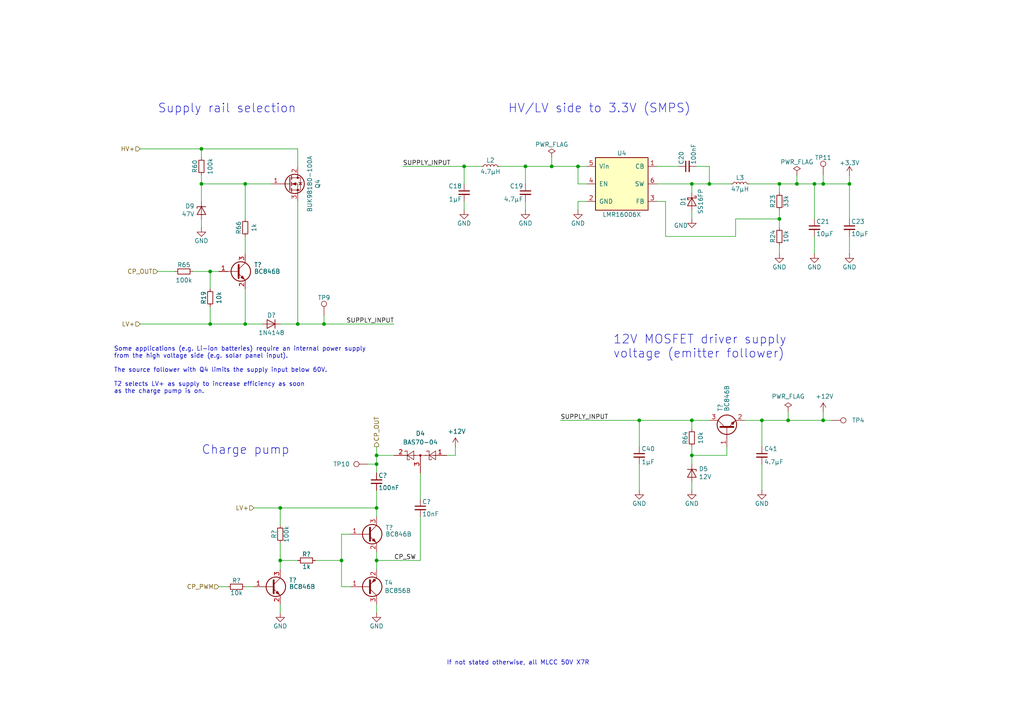
<source format=kicad_sch>
(kicad_sch (version 20250114) (generator "eeschema") (generator_version "9.0")
  (paper "A4")
  (title_block (title "MPPT 2420 HC") (date "2021-01-06") (rev "0.2.3") (company "Copyright © 2020 Libre Solar Technologies GmbH") (comment 1 "Licensed under CERN-OHL-W version 2") (comment 2 "Author: Martin Jäger"))
  (lib_symbols
    (symbol "Connector:TestPoint" (pin_numbers (hide yes)) (pin_names (offset 0.762) (hide yes))
      (property "Reference" "TP" (at 0 6.858 0))
      (property "Value" "TestPoint" (at 0 5.08 0))
      (symbol "TestPoint_0_1"
        (circle (center 0 3.302) (radius 0.762))
      )
      (symbol "TestPoint_1_1"
        (pin passive line (at 0 0 90) (length 2.54) (name "1") (number "1"))
      )
    )
    (symbol "Device:L_Small" (pin_numbers (hide yes)) (pin_names (offset 0.254) (hide yes))
      (property "Reference" "L" (at 0.762 1.016 0))
      (property "Value" "L_Small" (at 0.762 -1.016 0))
      (symbol "L_Small_0_1"
        (arc (start 0 2.032) (mid 0.5058 1.524) (end 0 1.016))
        (arc (start 0 1.016) (mid 0.5058 0.508) (end 0 0))
        (arc (start 0 0) (mid 0.5058 -0.508) (end 0 -1.016))
        (arc (start 0 -1.016) (mid 0.5058 -1.524) (end 0 -2.032))
      )
      (symbol "L_Small_1_1"
        (pin passive line (at 0 2.54 270) (length 0.508) (name "~") (number "1"))
        (pin passive line (at 0 -2.54 90) (length 0.508) (name "~") (number "2"))
      )
    )
    (symbol "Device:Q_NMOS_GDS" (pin_names (offset 0) (hide yes))
      (property "Reference" "Q" (at 5.08 1.27 0))
      (property "Value" "Device_Q_NMOS_GDS" (at 5.08 -1.27 0))
      (symbol "Q_NMOS_GDS_0_1"
        (polyline (pts (xy 0.254 1.905) (xy 0.254 -1.905)) (stroke (width 0.254)))
        (polyline (pts (xy 0.254 0) (xy -2.54 0)))
        (polyline (pts (xy 0.762 2.286) (xy 0.762 1.27)) (stroke (width 0.254)))
        (polyline (pts (xy 0.762 0.508) (xy 0.762 -0.508)) (stroke (width 0.254)))
        (polyline (pts (xy 0.762 -1.27) (xy 0.762 -2.286)) (stroke (width 0.254)))
        (polyline (pts (xy 0.762 -1.778) (xy 3.302 -1.778) (xy 3.302 1.778) (xy 0.762 1.778)))
        (polyline (pts (xy 1.016 0) (xy 2.032 0.381) (xy 2.032 -0.381) (xy 1.016 0)) (fill (type outline)))
        (circle (center 1.651 0) (radius 2.794) (stroke (width 0.254)))
        (polyline (pts (xy 2.54 2.54) (xy 2.54 1.778)))
        (circle (center 2.54 1.778) (radius 0.254) (fill (type outline)))
        (circle (center 2.54 -1.778) (radius 0.254) (fill (type outline)))
        (polyline (pts (xy 2.54 -2.54) (xy 2.54 0) (xy 0.762 0)))
        (polyline (pts (xy 2.794 0.508) (xy 2.921 0.381) (xy 3.683 0.381) (xy 3.81 0.254)))
        (polyline (pts (xy 3.302 0.381) (xy 2.921 -0.254) (xy 3.683 -0.254) (xy 3.302 0.381)))
      )
      (symbol "Q_NMOS_GDS_1_1"
        (pin input line (at -5.08 0 0) (length 2.54) (name "G") (number "1"))
        (pin passive line (at 2.54 5.08 270) (length 2.54) (name "D") (number "2"))
        (pin passive line (at 2.54 -5.08 90) (length 2.54) (name "S") (number "3"))
      )
    )
    (symbol "Diode:BAS40-04" (pin_names (offset 1.016))
      (property "Reference" "D" (at 0.635 -1.27 0))
      (property "Value" "BAS40-04" (at -6.35 5.715 0))
      (symbol "BAS40-04_0_1"
        (polyline (pts (xy -4.445 3.81) (xy -4.445 1.27) (xy -2.54 2.54) (xy -4.445 3.81)))
        (polyline (pts (xy -3.81 2.54) (xy -1.27 2.54)))
        (polyline (pts (xy -3.175 1.27) (xy -3.175 1.524)))
        (polyline (pts (xy -2.54 3.81) (xy -1.905 3.81)))
        (polyline (pts (xy -2.54 1.27) (xy -3.175 1.27)))
        (polyline (pts (xy -2.54 1.27) (xy -2.54 3.81)))
        (polyline (pts (xy -1.905 3.81) (xy -1.905 3.556)))
        (polyline (pts (xy -1.905 2.54) (xy 1.905 2.54)))
        (circle (center 0 2.54) (radius 0.254) (fill (type outline)))
        (polyline (pts (xy 1.27 2.54) (xy 3.81 2.54)))
        (polyline (pts (xy 1.905 3.81) (xy 1.905 1.27) (xy 3.81 2.54) (xy 1.905 3.81)))
        (polyline (pts (xy 3.175 1.27) (xy 3.175 1.524)))
        (polyline (pts (xy 3.81 3.81) (xy 4.445 3.81)))
        (polyline (pts (xy 3.81 1.27) (xy 3.175 1.27)))
        (polyline (pts (xy 3.81 1.27) (xy 3.81 3.81)))
        (polyline (pts (xy 4.445 3.81) (xy 4.445 3.556)))
      )
      (symbol "BAS40-04_1_1"
        (pin passive line (at -7.62 2.54 0) (length 3.81) (name "~") (number "1"))
        (pin passive line (at 0 -2.54 90) (length 5.08) (name "~") (number "3"))
        (pin passive line (at 7.62 2.54 180) (length 3.81) (name "~") (number "2"))
      )
    )
    (symbol "Project:C" (pin_numbers (hide yes)) (pin_names (offset 0.254) (hide yes))
      (property "Reference" "C" (at 0.635 1.905 0))
      (property "Value" "C" (at 0.635 -1.905 0))
      (symbol "C_0_1"
        (polyline (pts (xy -1.524 0.508) (xy 0 0.508) (xy 1.524 0.508)) (stroke (width 0.3048)))
        (polyline (pts (xy -1.524 -0.508) (xy 1.524 -0.508)) (stroke (width 0.3302)))
      )
      (symbol "C_1_1"
        (pin passive line (at 0 2.54 270) (length 1.905) (name "~") (number "1"))
        (pin passive line (at 0 -2.54 90) (length 2.032) (name "~") (number "2"))
      )
    )
    (symbol "Project:D" (pin_numbers (hide yes)) (pin_names (offset 0.254) (hide yes))
      (property "Reference" "D" (at 0 2.54 0))
      (property "Value" "D" (at 0 -2.54 0))
      (symbol "D_0_1"
        (polyline (pts (xy -1.27 0) (xy 1.27 0)))
        (polyline (pts (xy -1.016 -1.27) (xy -1.016 1.27)) (stroke (width 0.2032)))
        (polyline (pts (xy 1.27 -1.27) (xy -1.016 0) (xy 1.27 1.27) (xy 1.27 -1.27)) (stroke (width 0.2032)))
      )
      (symbol "D_1_1"
        (pin passive line (at -2.54 0 0) (length 1.27) (name "K") (number "1"))
        (pin passive line (at 2.54 0 180) (length 1.27) (name "A") (number "2"))
      )
    )
    (symbol "Project:D_Schottky" (pin_numbers (hide yes)) (pin_names (offset 0.254) (hide yes))
      (property "Reference" "D" (at 0 2.54 0))
      (property "Value" "D_Schottky" (at 0 -2.54 0))
      (symbol "D_Schottky_0_1"
        (polyline (pts (xy -1.016 1.27) (xy -0.508 1.27) (xy -0.508 0.762)) (stroke (width 0.2032)))
        (polyline (pts (xy -1.016 -1.27) (xy -1.016 1.27)) (stroke (width 0.2032)))
        (polyline (pts (xy -1.016 -1.27) (xy -1.524 -1.27) (xy -1.524 -0.762)) (stroke (width 0.2032)))
        (polyline (pts (xy 1.27 0) (xy -1.27 0)))
        (polyline (pts (xy 1.27 -1.27) (xy -1.016 0) (xy 1.27 1.27) (xy 1.27 -1.27)) (stroke (width 0.2032)))
      )
      (symbol "D_Schottky_1_1"
        (pin passive line (at -2.54 0 0) (length 1.27) (name "K") (number "1"))
        (pin passive line (at 2.54 0 180) (length 1.27) (name "A") (number "2"))
      )
    )
    (symbol "Project:D_Zener" (pin_numbers (hide yes)) (pin_names (offset 1.016) (hide yes))
      (property "Reference" "D" (at 0 2.54 0))
      (property "Value" "D_Zener" (at 0 -2.54 0))
      (symbol "D_Zener_0_1"
        (polyline (pts (xy -1.016 0) (xy 1.27 1.27) (xy 1.27 -1.27) (xy -1.016 0)) (stroke (width 0.2032)))
        (polyline (pts (xy -0.508 1.27) (xy -1.016 1.27) (xy -1.016 0) (xy -1.016 -1.27)) (stroke (width 0.2032)))
        (polyline (pts (xy 1.27 0) (xy -1.27 0)))
      )
      (symbol "D_Zener_1_1"
        (pin passive line (at -2.54 0 0) (length 1.27) (name "K") (number "1"))
        (pin passive line (at 2.54 0 180) (length 1.27) (name "A") (number "2"))
      )
    )
    (symbol "Project:LMR16006" (pin_names (offset 1.016))
      (property "Reference" "U" (at 0 8.89 0))
      (property "Value" "LMR16006" (at 0 -8.89 0))
      (symbol "LMR16006_0_1"
        (rectangle (start -7.62 7.62) (end 7.62 -7.62) (stroke (width 0.254)) (fill (type background)))
      )
      (symbol "LMR16006_1_1"
        (pin power_in line (at -10.16 5.08 0) (length 2.54) (name "Vin") (number "5"))
        (pin input line (at -10.16 0 0) (length 2.54) (name "EN") (number "4"))
        (pin power_in line (at -10.16 -5.08 0) (length 2.54) (name "GND") (number "2"))
        (pin output line (at 10.16 5.08 180) (length 2.54) (name "CB") (number "1"))
        (pin bidirectional line (at 10.16 0 180) (length 2.54) (name "SW") (number "6"))
        (pin input line (at 10.16 -5.08 180) (length 2.54) (name "FB") (number "3"))
      )
    )
    (symbol "Project:R" (pin_numbers (hide yes)) (pin_names (offset 0.254) (hide yes))
      (property "Reference" "R" (at -1.905 0 90))
      (property "Value" "R" (at 1.905 0 90))
      (symbol "R_0_1"
        (rectangle (start -0.762 1.778) (end 0.762 -1.778) (stroke (width 0.2032)))
      )
      (symbol "R_1_1"
        (pin passive line (at 0 2.54 270) (length 0.762) (name "~") (number "1"))
        (pin passive line (at 0 -2.54 90) (length 0.762) (name "~") (number "2"))
      )
    )
    (symbol "Transistor_BJT:BC846" (pin_names (offset 0) (hide yes))
      (property "Reference" "Q" (at 5.08 1.905 0))
      (property "Value" "BC846" (at 5.08 0 0))
      (symbol "BC846_0_1"
        (polyline (pts (xy -2.54 0) (xy 0.635 0)))
        (polyline (pts (xy 0.635 1.905) (xy 0.635 -1.905)) (stroke (width 0.508)))
        (circle (center 1.27 0) (radius 2.8194) (stroke (width 0.254)))
      )
      (symbol "BC846_1_1"
        (polyline (pts (xy 0.635 0.635) (xy 2.54 2.54)))
        (polyline (pts (xy 0.635 -0.635) (xy 2.54 -2.54)))
        (polyline (pts (xy 1.27 -1.778) (xy 1.778 -1.27) (xy 2.286 -2.286) (xy 1.27 -1.778)) (fill (type outline)))
        (pin input line (at -5.08 0 0) (length 2.54) (name "B") (number "1"))
        (pin passive line (at 2.54 5.08 270) (length 2.54) (name "C") (number "3"))
        (pin passive line (at 2.54 -5.08 90) (length 2.54) (name "E") (number "2"))
      )
    )
    (symbol "Transistor_BJT:BC856" (pin_names (offset 0) (hide yes))
      (property "Reference" "Q" (at 5.08 1.905 0))
      (property "Value" "BC856" (at 5.08 0 0))
      (symbol "BC856_0_1"
        (polyline (pts (xy -2.54 0) (xy 0.635 0)))
        (polyline (pts (xy 0.635 1.905) (xy 0.635 -1.905)) (stroke (width 0.508)))
        (polyline (pts (xy 0.635 0.635) (xy 2.54 2.54)))
        (polyline (pts (xy 0.635 -0.635) (xy 2.54 -2.54)))
        (circle (center 1.27 0) (radius 2.8194) (stroke (width 0.254)))
        (polyline (pts (xy 2.286 -1.778) (xy 1.778 -2.286) (xy 1.27 -1.27) (xy 2.286 -1.778)) (fill (type outline)))
      )
      (symbol "BC856_1_1"
        (pin input line (at -5.08 0 0) (length 2.54) (name "B") (number "1"))
        (pin passive line (at 2.54 5.08 270) (length 2.54) (name "C") (number "3"))
        (pin passive line (at 2.54 -5.08 90) (length 2.54) (name "E") (number "2"))
      )
    )
    (symbol "power:+12V" (power) (pin_numbers (hide yes)) (pin_names (offset 0) (hide yes))
      (property "Value" "+12V" (at 0 3.556 0))
      (symbol "+12V_0_1"
        (polyline (pts (xy -0.762 1.27) (xy 0 2.54)))
        (polyline (pts (xy 0 2.54) (xy 0.762 1.27)))
        (polyline (pts (xy 0 0) (xy 0 2.54)))
      )
      (symbol "+12V_1_1"
        (pin power_in line (at 0 0 90) (length 0) (name "~") (number "1"))
      )
    )
    (symbol "power:+3.3V" (power) (pin_numbers (hide yes)) (pin_names (offset 0) (hide yes))
      (property "Value" "+3.3V" (at 0 3.556 0))
      (symbol "+3.3V_0_1"
        (polyline (pts (xy -0.762 1.27) (xy 0 2.54)))
        (polyline (pts (xy 0 2.54) (xy 0.762 1.27)))
        (polyline (pts (xy 0 0) (xy 0 2.54)))
      )
      (symbol "+3.3V_1_1"
        (pin power_in line (at 0 0 90) (length 0) (name "~") (number "1"))
      )
    )
    (symbol "power:GND" (power) (pin_numbers (hide yes)) (pin_names (offset 0) (hide yes))
      (property "Value" "GND" (at 0 -3.81 0))
      (symbol "GND_0_1"
        (polyline (pts (xy 0 0) (xy 0 -1.27) (xy 1.27 -1.27) (xy 0 -2.54) (xy -1.27 -1.27) (xy 0 -1.27)))
      )
      (symbol "GND_1_1"
        (pin power_in line (at 0 0 270) (length 0) (name "~") (number "1"))
      )
    )
    (symbol "power:PWR_FLAG" (power) (pin_numbers (hide yes)) (pin_names (offset 0) (hide yes))
      (property "Value" "PWR_FLAG" (at 0 3.81 0))
      (symbol "PWR_FLAG_0_0"
        (pin power_out line (at 0 0 90) (length 0) (name "~") (number "1"))
      )
      (symbol "PWR_FLAG_0_1"
        (polyline (pts (xy 0 0) (xy 0 1.27) (xy -1.016 1.905) (xy 0 2.54) (xy 1.016 1.905) (xy 0 1.27)))
      )
    )
  )
  (text "Some applications (e.g. Li-ion batteries) require an internal power supply\nfrom the high voltage side (e.g. solar panel input).\n\nThe source follower with Q4 limits the supply input below 60V.\n\nT2 selects LV+ as supply to increase efficiency as soon\nas the charge pump is on." (at 33.02 114.3 0) (effects (font (size 1.27 1.27)) (justify left bottom)))
  (text "12V MOSFET driver supply\nvoltage (emitter follower)" (at 177.8 104.14 0) (effects (font (size 2.54 2.54)) (justify left bottom)))
  (text "Supply rail selection" (at 45.72 33.02 0) (effects (font (size 2.54 2.54)) (justify left bottom)))
  (text "If not stated otherwise, all MLCC 50V X7R" (at 129.54 193.04 0) (effects (font (size 1.27 1.27)) (justify left bottom)))
  (text "HV/LV side to 3.3V (SMPS)" (at 147.32 33.02 0) (effects (font (size 2.54 2.54)) (justify left bottom)))
  (text "Charge pump" (at 58.42 132.08 0) (effects (font (size 2.54 2.54)) (justify left bottom)))
  (junction (at 71.12 93.98))
  (junction (at 58.42 43.18))
  (junction (at 238.76 53.34))
  (junction (at 246.38 53.34))
  (junction (at 200.66 53.34))
  (junction (at 220.98 121.92))
  (junction (at 226.06 63.5))
  (junction (at 93.98 93.98))
  (junction (at 200.66 132.08))
  (junction (at 200.66 121.92))
  (junction (at 81.28 147.32))
  (junction (at 109.22 162.56))
  (junction (at 231.14 53.34))
  (junction (at 109.22 134.62))
  (junction (at 81.28 162.56))
  (junction (at 58.42 53.34))
  (junction (at 109.22 132.08))
  (junction (at 99.06 162.56))
  (junction (at 109.22 147.32))
  (junction (at 205.74 53.34))
  (junction (at 60.96 78.74))
  (junction (at 152.4 48.26))
  (junction (at 71.12 53.34))
  (junction (at 60.96 93.98))
  (junction (at 134.62 48.26))
  (junction (at 86.36 93.98))
  (junction (at 167.64 48.26))
  (junction (at 185.42 121.92))
  (junction (at 236.22 53.34))
  (junction (at 226.06 53.34))
  (junction (at 238.76 121.92))
  (junction (at 160.02 48.26))
  (junction (at 228.6 121.92))
  (wire (pts (xy 109.22 132.08) (xy 109.22 134.62)))
  (wire (pts (xy 81.28 147.32) (xy 81.28 152.4)))
  (wire (pts (xy 81.28 157.48) (xy 81.28 162.56)))
  (wire (pts (xy 132.08 129.54) (xy 132.08 132.08)))
  (wire (pts (xy 217.17 53.34) (xy 226.06 53.34)))
  (wire (pts (xy 190.5 48.26) (xy 196.85 48.26)))
  (wire (pts (xy 106.68 134.62) (xy 109.22 134.62)))
  (wire (pts (xy 86.36 58.42) (xy 86.36 93.98)))
  (wire (pts (xy 40.64 43.18) (xy 58.42 43.18)))
  (wire (pts (xy 167.64 58.42) (xy 170.18 58.42)))
  (wire (pts (xy 50.8 78.74) (xy 45.72 78.74)))
  (wire (pts (xy 238.76 119.38) (xy 238.76 121.92)))
  (wire (pts (xy 167.64 53.34) (xy 167.64 48.26)))
  (wire (pts (xy 241.3 121.92) (xy 238.76 121.92)))
  (wire (pts (xy 40.64 93.98) (xy 60.96 93.98)))
  (wire (pts (xy 193.04 68.58) (xy 213.36 68.58)))
  (wire (pts (xy 58.42 45.72) (xy 58.42 43.18)))
  (wire (pts (xy 205.74 48.26) (xy 205.74 53.34)))
  (wire (pts (xy 200.66 60.96) (xy 200.66 63.5)))
  (wire (pts (xy 86.36 162.56) (xy 81.28 162.56)))
  (wire (pts (xy 231.14 50.8) (xy 231.14 53.34)))
  (wire (pts (xy 213.36 63.5) (xy 226.06 63.5)))
  (wire (pts (xy 60.96 78.74) (xy 60.96 83.82)))
  (wire (pts (xy 205.74 121.92) (xy 200.66 121.92)))
  (wire (pts (xy 246.38 50.8) (xy 246.38 53.34)))
  (wire (pts (xy 81.28 175.26) (xy 81.28 177.8)))
  (wire (pts (xy 228.6 121.92) (xy 238.76 121.92)))
  (wire (pts (xy 99.06 154.94) (xy 99.06 162.56)))
  (wire (pts (xy 213.36 68.58) (xy 213.36 63.5)))
  (wire (pts (xy 58.42 50.8) (xy 58.42 53.34)))
  (wire (pts (xy 63.5 170.18) (xy 66.04 170.18)))
  (wire (pts (xy 99.06 162.56) (xy 91.44 162.56)))
  (wire (pts (xy 152.4 60.96) (xy 152.4 58.42)))
  (wire (pts (xy 185.42 134.62) (xy 185.42 142.24)))
  (wire (pts (xy 238.76 53.34) (xy 238.76 50.8)))
  (wire (pts (xy 152.4 53.34) (xy 152.4 48.26)))
  (wire (pts (xy 238.76 53.34) (xy 246.38 53.34)))
  (wire (pts (xy 58.42 43.18) (xy 86.36 43.18)))
  (wire (pts (xy 185.42 121.92) (xy 162.56 121.92)))
  (wire (pts (xy 60.96 93.98) (xy 71.12 93.98)))
  (wire (pts (xy 109.22 142.24) (xy 109.22 147.32)))
  (wire (pts (xy 246.38 68.58) (xy 246.38 73.66)))
  (wire (pts (xy 101.6 154.94) (xy 99.06 154.94)))
  (wire (pts (xy 228.6 119.38) (xy 228.6 121.92)))
  (wire (pts (xy 152.4 48.26) (xy 160.02 48.26)))
  (wire (pts (xy 60.96 78.74) (xy 55.88 78.74)))
  (wire (pts (xy 185.42 121.92) (xy 185.42 129.54)))
  (wire (pts (xy 205.74 53.34) (xy 212.09 53.34)))
  (wire (pts (xy 160.02 45.72) (xy 160.02 48.26)))
  (wire (pts (xy 190.5 53.34) (xy 200.66 53.34)))
  (wire (pts (xy 78.74 53.34) (xy 71.12 53.34)))
  (wire (pts (xy 58.42 53.34) (xy 58.42 58.42)))
  (wire (pts (xy 93.98 91.44) (xy 93.98 93.98)))
  (wire (pts (xy 160.02 48.26) (xy 167.64 48.26)))
  (wire (pts (xy 215.9 121.92) (xy 220.98 121.92)))
  (wire (pts (xy 71.12 83.82) (xy 71.12 93.98)))
  (wire (pts (xy 109.22 160.02) (xy 109.22 162.56)))
  (wire (pts (xy 109.22 132.08) (xy 109.22 129.54)))
  (wire (pts (xy 99.06 162.56) (xy 99.06 170.18)))
  (wire (pts (xy 226.06 73.66) (xy 226.06 71.12)))
  (wire (pts (xy 226.06 60.96) (xy 226.06 63.5)))
  (wire (pts (xy 71.12 53.34) (xy 71.12 63.5)))
  (wire (pts (xy 190.5 58.42) (xy 193.04 58.42)))
  (wire (pts (xy 226.06 53.34) (xy 226.06 55.88)))
  (wire (pts (xy 193.04 58.42) (xy 193.04 68.58)))
  (wire (pts (xy 226.06 63.5) (xy 226.06 66.04)))
  (wire (pts (xy 109.22 162.56) (xy 121.92 162.56)))
  (wire (pts (xy 236.22 53.34) (xy 238.76 53.34)))
  (wire (pts (xy 134.62 48.26) (xy 139.7 48.26)))
  (wire (pts (xy 114.3 132.08) (xy 109.22 132.08)))
  (wire (pts (xy 134.62 60.96) (xy 134.62 58.42)))
  (wire (pts (xy 99.06 170.18) (xy 101.6 170.18)))
  (wire (pts (xy 220.98 121.92) (xy 220.98 129.54)))
  (wire (pts (xy 201.93 48.26) (xy 205.74 48.26)))
  (wire (pts (xy 58.42 53.34) (xy 71.12 53.34)))
  (wire (pts (xy 73.66 147.32) (xy 81.28 147.32)))
  (wire (pts (xy 167.64 48.26) (xy 170.18 48.26)))
  (wire (pts (xy 71.12 93.98) (xy 76.2 93.98)))
  (wire (pts (xy 167.64 53.34) (xy 170.18 53.34)))
  (wire (pts (xy 167.64 58.42) (xy 167.64 60.96)))
  (wire (pts (xy 71.12 170.18) (xy 73.66 170.18)))
  (wire (pts (xy 200.66 139.7) (xy 200.66 142.24)))
  (wire (pts (xy 210.82 132.08) (xy 200.66 132.08)))
  (wire (pts (xy 200.66 132.08) (xy 200.66 134.62)))
  (wire (pts (xy 231.14 53.34) (xy 236.22 53.34)))
  (wire (pts (xy 200.66 53.34) (xy 205.74 53.34)))
  (wire (pts (xy 236.22 68.58) (xy 236.22 73.66)))
  (wire (pts (xy 236.22 53.34) (xy 236.22 63.5)))
  (wire (pts (xy 109.22 134.62) (xy 109.22 137.16)))
  (wire (pts (xy 109.22 147.32) (xy 109.22 149.86)))
  (wire (pts (xy 220.98 134.62) (xy 220.98 142.24)))
  (wire (pts (xy 71.12 68.58) (xy 71.12 73.66)))
  (wire (pts (xy 109.22 147.32) (xy 81.28 147.32)))
  (wire (pts (xy 60.96 88.9) (xy 60.96 93.98)))
  (wire (pts (xy 93.98 93.98) (xy 114.3 93.98)))
  (wire (pts (xy 86.36 93.98) (xy 93.98 93.98)))
  (wire (pts (xy 58.42 63.5) (xy 58.42 66.04)))
  (wire (pts (xy 81.28 93.98) (xy 86.36 93.98)))
  (wire (pts (xy 226.06 53.34) (xy 231.14 53.34)))
  (wire (pts (xy 121.92 149.86) (xy 121.92 162.56)))
  (wire (pts (xy 134.62 48.26) (xy 116.84 48.26)))
  (wire (pts (xy 220.98 121.92) (xy 228.6 121.92)))
  (wire (pts (xy 109.22 162.56) (xy 109.22 165.1)))
  (wire (pts (xy 200.66 121.92) (xy 185.42 121.92)))
  (wire (pts (xy 144.78 48.26) (xy 152.4 48.26)))
  (wire (pts (xy 63.5 78.74) (xy 60.96 78.74)))
  (wire (pts (xy 200.66 121.92) (xy 200.66 124.46)))
  (wire (pts (xy 132.08 132.08) (xy 129.54 132.08)))
  (wire (pts (xy 210.82 129.54) (xy 210.82 132.08)))
  (wire (pts (xy 121.92 144.78) (xy 121.92 137.16)))
  (wire (pts (xy 86.36 43.18) (xy 86.36 48.26)))
  (wire (pts (xy 81.28 162.56) (xy 81.28 165.1)))
  (wire (pts (xy 200.66 132.08) (xy 200.66 129.54)))
  (wire (pts (xy 134.62 48.26) (xy 134.62 53.34)))
  (wire (pts (xy 200.66 55.88) (xy 200.66 53.34)))
  (wire (pts (xy 109.22 175.26) (xy 109.22 177.8)))
  (wire (pts (xy 246.38 53.34) (xy 246.38 63.5)))
  (label "CP_SW" (at 114.3 162.56 0))
  (label "SUPPLY_INPUT" (at 116.84 48.26 0))
  (label "SUPPLY_INPUT" (at 162.56 121.92 0))
  (label "SUPPLY_INPUT" (at 114.3 93.98 180))
  (hierarchical_label "CP_OUT" (shape input) (at 45.72 78.74 180))
  (hierarchical_label "CP_OUT" (shape output) (at 109.22 129.54 90))
  (hierarchical_label "LV+" (shape input) (at 40.64 93.98 180))
  (hierarchical_label "CP_PWM" (shape input) (at 63.5 170.18 180))
  (hierarchical_label "HV+" (shape input) (at 40.64 43.18 180))
  (hierarchical_label "LV+" (shape input) (at 73.66 147.32 180))
  (symbol (lib_id "Project:LMR16006") (at 180.34 53.34 0) (unit 1)
    (property "Reference" "U4" (at 180.34 44.45 0))
    (property "Value" "LMR16006X" (at 180.34 62.23 0))
    (property "Footprint" "LibreSolar:SOT-23-6" (effects (hide yes)))
    (property "Manufacturer" "Texas Instruments" (effects (hide yes)))
    (property "PartNumber" "LMR16006XDDCR" (effects (hide yes)))
  )
  (symbol (lib_id "power:PWR_FLAG") (at 231.14 50.8 0) (unit 1)
    (property "Reference" "#FLG02" (effects (hide yes)))
    (property "Value" "PWR_FLAG" (at 231.14 46.99 0))
  )
  (symbol (lib_id "power:PWR_FLAG") (at 160.02 45.72 0) (unit 1)
    (property "Reference" "#FLG01" (effects (hide yes)))
    (property "Value" "PWR_FLAG" (at 160.02 41.91 0))
  )
  (symbol (lib_id "power:GND") (at 246.38 73.66 0) (unit 1)
    (property "Reference" "#PWR064" (effects (hide yes)))
    (property "Value" "GND" (at 246.38 77.47 0))
  )
  (symbol (lib_id "power:GND") (at 236.22 73.66 0) (unit 1)
    (property "Reference" "#PWR062" (effects (hide yes)))
    (property "Value" "GND" (at 236.22 77.47 0))
  )
  (symbol (lib_id "power:GND") (at 226.06 73.66 0) (unit 1)
    (property "Reference" "#PWR061" (effects (hide yes)))
    (property "Value" "GND" (at 226.06 77.47 0))
  )
  (symbol (lib_id "power:GND") (at 200.66 63.5 0) (unit 1)
    (property "Reference" "#PWR060" (effects (hide yes)))
    (property "Value" "GND" (at 197.485 65.405 0))
  )
  (symbol (lib_id "power:GND") (at 152.4 60.96 0) (unit 1)
    (property "Reference" "#PWR058" (effects (hide yes)))
    (property "Value" "GND" (at 152.4 64.77 0))
  )
  (symbol (lib_id "power:GND") (at 167.64 60.96 0) (unit 1)
    (property "Reference" "#PWR059" (effects (hide yes)))
    (property "Value" "GND" (at 167.64 64.77 0))
  )
  (symbol (lib_id "power:GND") (at 134.62 60.96 0) (unit 1)
    (property "Reference" "#PWR057" (effects (hide yes)))
    (property "Value" "GND" (at 134.62 64.77 0))
  )
  (symbol (lib_id "power:+3.3V") (at 246.38 50.8 0) (unit 1)
    (property "Reference" "#PWR063" (effects (hide yes)))
    (property "Value" "+3.3V" (at 246.38 47.244 0))
  )
  (symbol (lib_id "Project:C") (at 246.38 66.04 0) (unit 1)
    (property "Reference" "C23" (at 246.888 64.262 0) (effects (justify left)))
    (property "Value" "10µF" (at 246.888 67.818 0) (effects (justify left)))
    (property "Footprint" "LibreSolar:C_0805_2012" (effects (hide yes)))
    (property "Manufacturer" "Murata" (effects (hide yes)))
    (property "PartNumber" "GRM21BR61E106KA73L" (effects (hide yes)))
    (property "Remarks" "25V, X5R" (effects (hide yes)))
  )
  (symbol (lib_id "Project:C") (at 236.22 66.04 0) (unit 1)
    (property "Reference" "C21" (at 236.728 64.262 0) (effects (justify left)))
    (property "Value" "10µF" (at 236.728 67.818 0) (effects (justify left)))
    (property "Footprint" "LibreSolar:C_0805_2012" (effects (hide yes)))
    (property "Manufacturer" "Murata" (effects (hide yes)))
    (property "PartNumber" "GRM21BR61E106KA73L" (effects (hide yes)))
    (property "Remarks" "25V, X5R" (effects (hide yes)))
  )
  (symbol (lib_id "Project:D_Schottky") (at 200.66 58.42 90) (mirror x) (unit 1)
    (property "Reference" "D1" (at 198.12 58.42 0))
    (property "Value" "SS16FP" (at 203.2 58.42 0))
    (property "Footprint" "Diode_SMD:D_PowerDI-123" (effects (hide yes)))
    (property "Manufacturer" "Diodes Inc." (effects (hide yes)))
    (property "PartNumber" "SS16FP" (effects (hide yes)))
    (property "Remarks" "Alternative: DFLS160-7" (effects (hide yes)))
  )
  (symbol (lib_id "Project:C") (at 199.39 48.26 90) (unit 1)
    (property "Reference" "C20" (at 197.612 47.752 0) (effects (justify left)))
    (property "Value" "100nF" (at 201.168 47.752 0) (effects (justify left)))
    (property "Footprint" "LibreSolar:C_0603_1608" (effects (hide yes)))
    (property "Manufacturer" "any" (effects (hide yes)))
  )
  (symbol (lib_id "Project:C") (at 134.62 55.88 0) (mirror y) (unit 1)
    (property "Reference" "C18" (at 133.985 53.975 0) (effects (justify left)))
    (property "Value" "1µF" (at 133.985 57.785 0) (effects (justify left)))
    (property "Footprint" "LibreSolar:C_0805_2012" (effects (hide yes)))
    (property "Manufacturer" "any" (effects (hide yes)))
    (property "Remarks" "100V, X7S" (effects (hide yes)))
  )
  (symbol (lib_id "Project:C") (at 152.4 55.88 0) (mirror y) (unit 1)
    (property "Reference" "C19" (at 151.765 53.975 0) (effects (justify left)))
    (property "Value" "4.7µF" (at 151.765 57.785 0) (effects (justify left)))
    (property "Footprint" "LibreSolar:C_1210_3225" (effects (hide yes)))
    (property "Manufacturer" "Murata" (effects (hide yes)))
    (property "PartNumber" "GRJ32DC72A475KE11L" (effects (hide yes)))
    (property "Remarks" "100V, X7S" (effects (hide yes)))
  )
  (symbol (lib_id "Device:L_Small") (at 142.24 48.26 90) (unit 1)
    (property "Reference" "L2" (at 142.24 46.482 90))
    (property "Value" "4.7µH" (at 142.24 49.784 90))
    (property "Footprint" "Inductor_SMD:L_0805_2012Metric" (effects (hide yes)))
    (property "Manufacturer" "Murata" (effects (hide yes)))
    (property "PartNumber" "LQM21PN4R7NGRD" (effects (hide yes)))
  )
  (symbol (lib_id "Device:L_Small") (at 214.63 53.34 90) (unit 1)
    (property "Reference" "L3" (at 214.63 51.562 90))
    (property "Value" "47µH" (at 214.63 54.864 90))
    (property "Footprint" "LibreSolar:Bourns_SRN6045TA" (effects (hide yes)))
    (property "Manufacturer" "Tayo Yuden" (effects (hide yes)))
    (property "PartNumber" "NR6045T470M" (effects (hide yes)))
    (property "Remarks" "Alternative: Bourns SRR6045TA-470Y" (effects (hide yes)))
  )
  (symbol (lib_id "Project:R") (at 200.66 127 180) (unit 1)
    (property "Reference" "R64" (at 198.755 127 90))
    (property "Value" "10k" (at 203.2 127 90))
    (property "Footprint" "LibreSolar:R_0603_1608" (effects (hide yes)))
    (property "Manufacturer" "any" (effects (hide yes)))
    (property "Remarks" "1%" (effects (hide yes)))
  )
  (symbol (lib_id "power:GND") (at 200.66 142.24 0) (unit 1)
    (property "Reference" "#PWR090" (effects (hide yes)))
    (property "Value" "GND" (at 200.66 146.05 0))
  )
  (symbol (lib_id "Project:C") (at 220.98 132.08 0) (unit 1)
    (property "Reference" "C41" (at 221.615 130.175 0) (effects (justify left)))
    (property "Value" "4.7µF" (at 221.615 133.985 0) (effects (justify left)))
    (property "Footprint" "LibreSolar:C_0603_1608" (effects (hide yes)))
    (property "Manufacturer" "Wurth Electronics" (effects (hide yes)))
    (property "PartNumber" "885012107018" (effects (hide yes)))
    (property "Remarks" "25V, X5R" (effects (hide yes)))
  )
  (symbol (lib_id "power:GND") (at 220.98 142.24 0) (unit 1)
    (property "Reference" "#PWR091" (effects (hide yes)))
    (property "Value" "GND" (at 220.98 146.05 0))
  )
  (symbol (lib_id "Connector:TestPoint") (at 241.3 121.92 270) (unit 1)
    (property "Reference" "TP4" (at 248.92 121.92 90))
    (property "Value" "1.5mm" (effects (hide yes)))
    (property "Footprint" "TestPoint:TestPoint_Pad_D1.5mm" (effects (hide yes)))
    (property "Config" "+info" (effects (hide yes)))
  )
  (symbol (lib_id "Project:D_Zener") (at 200.66 137.16 270) (unit 1)
    (property "Reference" "D5" (at 202.6666 135.9916 90) (effects (justify left)))
    (property "Value" "12V" (at 202.6666 138.303 90) (effects (justify left)))
    (property "Footprint" "Diode_SMD:D_SOT-23_ANK" (effects (hide yes)))
    (property "Manufacturer" "ON Semiconductor" (effects (hide yes)))
    (property "PartNumber" "SZBZX84C12LT3G" (effects (hide yes)))
    (property "Remarks" "Alternative: Diodes Inc. BZX84C12-7-F" (effects (hide yes)))
  )
  (symbol (lib_id "Transistor_BJT:BC846") (at 210.82 124.46 90) (unit 1)
    (property "Reference" "T10" (at 208.915 119.38 0) (effects (justify left)))
    (property "Value" "BC846B" (at 210.82 119.38 0) (effects (justify left)))
    (property "Footprint" "LibreSolar:SOT-23" (effects (hide yes)))
    (property "Manufacturer" "ON Semiconductor" (effects (hide yes)))
    (property "PartNumber" "BC846BLT1G" (effects (hide yes)))
    (instances (project "" (path "" (reference "T?") (unit 1)) (path "" (reference "T10") (unit 1))))
  )
  (symbol (lib_id "Project:C") (at 185.42 132.08 0) (unit 1)
    (property "Reference" "C40" (at 186.055 130.175 0) (effects (justify left)))
    (property "Value" "1µF" (at 186.055 133.985 0) (effects (justify left)))
    (property "Footprint" "LibreSolar:C_0603_1608" (effects (hide yes)))
    (property "Manufacturer" "Yageo" (effects (hide yes)))
    (property "PartNumber" "CC0805KKX7R9BB105" (effects (hide yes)))
    (property "Remarks" "50V, X7R" (effects (hide yes)))
  )
  (symbol (lib_id "power:GND") (at 185.42 142.24 0) (unit 1)
    (property "Reference" "#PWR087" (effects (hide yes)))
    (property "Value" "GND" (at 185.42 146.05 0))
  )
  (symbol (lib_id "power:+12V") (at 238.76 119.38 0) (unit 1)
    (property "Reference" "#PWR092" (effects (hide yes)))
    (property "Value" "+12V" (at 239.141 114.9858 0))
  )
  (symbol (lib_id "Project:R") (at 226.06 68.58 0) (unit 1)
    (property "Reference" "R24" (at 224.155 68.58 90))
    (property "Value" "10k" (at 227.965 68.58 90))
    (property "Footprint" "LibreSolar:R_0603_1608" (effects (hide yes)))
    (property "Manufacturer" "any" (effects (hide yes)))
    (property "Remarks" "1%" (effects (hide yes)))
  )
  (symbol (lib_id "Project:R") (at 226.06 58.42 0) (unit 1)
    (property "Reference" "R23" (at 224.155 58.42 90))
    (property "Value" "33k" (at 227.965 58.42 90))
    (property "Footprint" "LibreSolar:R_0603_1608" (effects (hide yes)))
    (property "Manufacturer" "any" (effects (hide yes)))
    (property "Remarks" "1%" (effects (hide yes)))
  )
  (symbol (lib_id "Project:D") (at 78.74 93.98 0) (mirror y) (unit 1)
    (property "Reference" "D10" (at 78.74 91.44 0))
    (property "Value" "1N4148" (at 78.74 96.52 0))
    (property "Footprint" "LibreSolar:D_SOD-123" (effects (hide yes)))
    (property "Manufacturer" "Diodes Inc." (effects (hide yes)))
    (property "PartNumber" "1N4148W-7-F" (effects (hide yes)))
    (instances (project "" (path "" (reference "D?") (unit 1)) (path "" (reference "D?") (unit 1)) (path "" (reference "D10") (unit 1))))
  )
  (symbol (lib_id "Transistor_BJT:BC846") (at 68.58 78.74 0) (unit 1)
    (property "Reference" "T2" (at 73.66 76.835 0) (effects (justify left)))
    (property "Value" "BC846B" (at 73.66 78.74 0) (effects (justify left)))
    (property "Footprint" "LibreSolar:SOT-23" (effects (hide yes)))
    (property "Manufacturer" "ON Semiconductor" (effects (hide yes)))
    (property "PartNumber" "BC846BLT1G" (effects (hide yes)))
    (property "Config" "+hv_supply" (effects (hide yes)))
    (instances (project "" (path "" (reference "T?") (unit 1)) (path "" (reference "T2") (unit 1))))
  )
  (symbol (lib_id "Project:D_Zener") (at 58.42 60.96 90) (mirror x) (unit 1)
    (property "Reference" "D9" (at 56.4134 59.7916 90) (effects (justify left)))
    (property "Value" "47V" (at 56.4134 62.103 90) (effects (justify left)))
    (property "Footprint" "Diode_SMD:D_SOT-23_ANK" (effects (hide yes)))
    (property "Manufacturer" "ON Semiconductor" (effects (hide yes)))
    (property "PartNumber" "SZBZX84C47LT1G" (effects (hide yes)))
    (property "Remarks" "Alternative: Diodes Inc. BZX84C47-7-F" (effects (hide yes)))
    (property "Config" "+hv_supply" (effects (hide yes)))
  )
  (symbol (lib_id "Project:R") (at 71.12 66.04 180) (unit 1)
    (property "Reference" "R66" (at 69.215 66.04 90))
    (property "Value" "1k" (at 73.66 66.04 90))
    (property "Footprint" "LibreSolar:R_0603_1608" (effects (hide yes)))
    (property "Manufacturer" "any" (effects (hide yes)))
    (property "Remarks" "1%" (effects (hide yes)))
    (property "Config" "+hv_supply" (effects (hide yes)))
  )
  (symbol (lib_id "power:GND") (at 58.42 66.04 0) (unit 1)
    (property "Reference" "#PWR018" (effects (hide yes)))
    (property "Value" "GND" (at 58.42 69.85 0))
  )
  (symbol (lib_id "Project:R") (at 58.42 48.26 180) (unit 1)
    (property "Reference" "R60" (at 56.515 48.26 90))
    (property "Value" "100k" (at 60.96 48.26 90))
    (property "Footprint" "LibreSolar:R_0603_1608" (effects (hide yes)))
    (property "Manufacturer" "any" (effects (hide yes)))
    (property "Remarks" "1%" (effects (hide yes)))
    (property "Config" "+hv_supply" (effects (hide yes)))
  )
  (symbol (lib_id "Project:R") (at 53.34 78.74 270) (mirror x) (unit 1)
    (property "Reference" "R65" (at 53.34 76.835 90))
    (property "Value" "100k" (at 53.34 81.28 90))
    (property "Footprint" "LibreSolar:R_0603_1608" (effects (hide yes)))
    (property "Manufacturer" "any" (effects (hide yes)))
    (property "Remarks" "1%" (effects (hide yes)))
    (property "Config" "+hv_supply" (effects (hide yes)))
  )
  (symbol (lib_id "power:PWR_FLAG") (at 228.6 119.38 0) (unit 1)
    (property "Reference" "#FLG0101" (effects (hide yes)))
    (property "Value" "PWR_FLAG" (at 228.6 114.9858 0))
  )
  (symbol (lib_id "Device:Q_NMOS_GDS") (at 83.82 53.34 0) (unit 1)
    (property "Reference" "Q4" (at 92.1512 53.34 90))
    (property "Value" "BUK98180-100A" (at 89.8398 53.34 90))
    (property "Footprint" "Package_TO_SOT_SMD:SOT-223-3_TabPin2" (effects (hide yes)))
    (property "Manufacturer" "Nexperia" (effects (hide yes)))
    (property "PartNumber" "BUK98180-100A/CUX" (effects (hide yes)))
    (property "Remarks" "Alternative: Fairchild FQT7N10LTF" (effects (hide yes)))
    (property "Config" "+hv_supply" (effects (hide yes)))
  )
  (symbol (lib_id "Project:R") (at 81.28 154.94 0) (mirror x) (unit 1)
    (property "Reference" "R22" (at 79.502 154.94 90))
    (property "Value" "100k" (at 83.058 154.94 90))
    (property "Footprint" "LibreSolar:R_0603_1608" (effects (hide yes)))
    (property "Manufacturer" "any" (effects (hide yes)))
    (property "Remarks" "1%" (effects (hide yes)))
    (instances (project "" (path "" (reference "R?") (unit 1)) (path "" (reference "R22") (unit 1)) (path "" (reference "R?") (unit 1))))
  )
  (symbol (lib_id "Project:R") (at 88.9 162.56 90) (mirror x) (unit 1)
    (property "Reference" "R25" (at 88.9 160.782 90))
    (property "Value" "1k" (at 88.9 164.338 90))
    (property "Footprint" "LibreSolar:R_0603_1608" (effects (hide yes)))
    (property "Manufacturer" "any" (effects (hide yes)))
    (property "Remarks" "1%" (effects (hide yes)))
    (instances (project "" (path "" (reference "R?") (unit 1)) (path "" (reference "R25") (unit 1)) (path "" (reference "R?") (unit 1))))
  )
  (symbol (lib_id "Project:R") (at 68.58 170.18 270) (unit 1)
    (property "Reference" "R16" (at 68.58 168.402 90))
    (property "Value" "10k" (at 68.58 171.958 90))
    (property "Footprint" "LibreSolar:R_0603_1608" (effects (hide yes)))
    (property "Manufacturer" "any" (effects (hide yes)))
    (property "Remarks" "1%" (effects (hide yes)))
    (instances (project "" (path "" (reference "R?") (unit 1)) (path "" (reference "R16") (unit 1)) (path "" (reference "R?") (unit 1))))
  )
  (symbol (lib_id "Transistor_BJT:BC856") (at 106.68 170.18 0) (mirror x) (unit 1)
    (property "Reference" "T4" (at 111.5314 169.0116 0) (effects (justify left)))
    (property "Value" "BC856B" (at 111.5314 171.323 0) (effects (justify left)))
    (property "Footprint" "LibreSolar:SOT-23" (effects (hide yes)))
    (property "Datasheet" "https://www.fairchildsemi.com/datasheets/2N/2N3906.pdf" (effects (hide yes)))
    (property "Manufacturer" "ON Semiconductor" (effects (hide yes)))
    (property "PartNumber" "BC856BLT1G" (effects (hide yes)))
    (instances (project "" (path "" (reference "T4") (unit 1)) (path "" (reference "T?") (unit 1))))
  )
  (symbol (lib_id "Transistor_BJT:BC846") (at 78.74 170.18 0) (unit 1)
    (property "Reference" "T1" (at 83.82 168.275 0) (effects (justify left)))
    (property "Value" "BC846B" (at 83.82 170.18 0) (effects (justify left)))
    (property "Footprint" "LibreSolar:SOT-23" (effects (hide yes)))
    (property "Manufacturer" "ON Semiconductor" (effects (hide yes)))
    (property "PartNumber" "BC846BLT1G" (effects (hide yes)))
    (instances (project "" (path "" (reference "T?") (unit 1)) (path "" (reference "T1") (unit 1)) (path "" (reference "T?") (unit 1))))
  )
  (symbol (lib_id "Project:C") (at 121.92 147.32 0) (unit 1)
    (property "Reference" "C25" (at 122.428 145.542 0) (effects (justify left)))
    (property "Value" "10nF" (at 122.428 149.098 0) (effects (justify left)))
    (property "Footprint" "LibreSolar:C_0603_1608" (effects (hide yes)))
    (property "Manufacturer" "any" (effects (hide yes)))
    (instances (project "" (path "" (reference "C?") (unit 1)) (path "" (reference "C25") (unit 1)) (path "" (reference "C?") (unit 1))))
  )
  (symbol (lib_id "Project:C") (at 109.22 139.7 0) (unit 1)
    (property "Reference" "C24" (at 109.728 137.922 0) (effects (justify left)))
    (property "Value" "100nF" (at 109.728 141.478 0) (effects (justify left)))
    (property "Footprint" "LibreSolar:C_0603_1608" (effects (hide yes)))
    (property "Manufacturer" "any" (effects (hide yes)))
    (instances (project "" (path "" (reference "C?") (unit 1)) (path "" (reference "C24") (unit 1)) (path "" (reference "C?") (unit 1))))
  )
  (symbol (lib_id "Diode:BAS40-04") (at 121.92 134.62 0) (mirror y) (unit 1)
    (property "Reference" "D4" (at 121.92 125.73 0))
    (property "Value" "BAS70-04" (at 121.92 128.27 0))
    (property "Footprint" "Package_TO_SOT_SMD:SOT-23" (effects (hide yes)))
    (property "Datasheet" "https://www.diodes.com/assets/Datasheets/ds11007.pdf" (effects (hide yes)))
    (property "PartNumber" "BAS70-04LT1G" (effects (hide yes)))
    (property "Manufacturer" "ON Semiconductor" (effects (hide yes)))
    (instances (project "" (path "" (reference "D4") (unit 1)) (path "" (reference "D?") (unit 1))))
  )
  (symbol (lib_id "power:GND") (at 81.28 177.8 0) (mirror y) (unit 1)
    (property "Reference" "#PWR02" (effects (hide yes)))
    (property "Value" "GND" (at 81.28 181.61 0))
    (instances (project "" (path "" (reference "#PWR?") (unit 1)) (path "" (reference "#PWR02") (unit 1)) (path "" (reference "#PWR?") (unit 1))))
  )
  (symbol (lib_id "power:GND") (at 109.22 177.8 0) (mirror y) (unit 1)
    (property "Reference" "#PWR06" (effects (hide yes)))
    (property "Value" "GND" (at 109.22 181.61 0))
    (instances (project "" (path "" (reference "#PWR?") (unit 1)) (path "" (reference "#PWR06") (unit 1)) (path "" (reference "#PWR?") (unit 1))))
  )
  (symbol (lib_id "power:+12V") (at 132.08 129.54 0) (unit 1)
    (property "Reference" "#PWR07" (effects (hide yes)))
    (property "Value" "+12V" (at 132.461 125.1458 0))
    (instances (project "" (path "" (reference "#PWR07") (unit 1)) (path "" (reference "#PWR?") (unit 1))))
  )
  (symbol (lib_id "Transistor_BJT:BC846") (at 106.68 154.94 0) (unit 1)
    (property "Reference" "T3" (at 111.76 153.035 0) (effects (justify left)))
    (property "Value" "BC846B" (at 111.76 154.94 0) (effects (justify left)))
    (property "Footprint" "LibreSolar:SOT-23" (effects (hide yes)))
    (property "Manufacturer" "ON Semiconductor" (effects (hide yes)))
    (property "PartNumber" "BC846BLT1G" (effects (hide yes)))
    (instances (project "" (path "" (reference "T?") (unit 1)) (path "" (reference "T3") (unit 1)) (path "" (reference "T?") (unit 1))))
  )
  (symbol (lib_id "Project:R") (at 60.96 86.36 180) (unit 1)
    (property "Reference" "R19" (at 59.055 86.36 90))
    (property "Value" "10k" (at 63.5 86.36 90))
    (property "Footprint" "LibreSolar:R_0603_1608" (effects (hide yes)))
    (property "Manufacturer" "any" (effects (hide yes)))
    (property "Remarks" "1%" (effects (hide yes)))
    (property "Config" "+hv_supply" (effects (hide yes)))
  )
  (symbol (lib_id "Connector:TestPoint") (at 106.68 134.62 90) (mirror x) (unit 1)
    (property "Reference" "TP10" (at 99.06 134.62 90))
    (property "Value" "1.5mm" (effects (hide yes)))
    (property "Footprint" "TestPoint:TestPoint_Pad_D1.5mm" (effects (hide yes)))
    (property "Config" "+info" (effects (hide yes)))
  )
  (symbol (lib_id "Connector:TestPoint") (at 238.76 50.8 0) (unit 1)
    (property "Reference" "TP11" (at 238.76 45.72 0))
    (property "Value" "1.5mm" (effects (hide yes)))
    (property "Footprint" "TestPoint:TestPoint_Pad_D1.5mm" (effects (hide yes)))
    (property "Config" "+info" (effects (hide yes)))
  )
  (symbol (lib_id "Connector:TestPoint") (at 93.98 91.44 0) (unit 1)
    (property "Reference" "TP9" (at 93.98 86.36 0))
    (property "Value" "1.5mm" (effects (hide yes)))
    (property "Footprint" "TestPoint:TestPoint_Pad_D1.5mm" (effects (hide yes)))
    (property "Config" "+info" (effects (hide yes)))
  )
)
</source>
